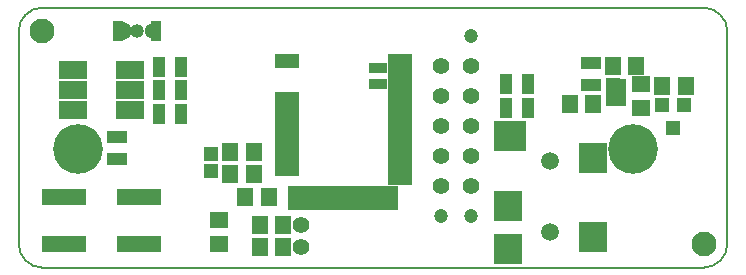
<source format=gts>
%TF.GenerationSoftware,KiCad,Pcbnew,no-vcs-found-cd21218~61~ubuntu16.04.1*%
%TF.CreationDate,2017-11-10T15:22:47+05:30*%
%TF.ProjectId,snap_rev3,736E61705F726576332E6B696361645F,rev?*%
%TF.SameCoordinates,Original*%
%TF.FileFunction,Soldermask,Top*%
%TF.FilePolarity,Negative*%
%FSLAX46Y46*%
G04 Gerber Fmt 4.6, Leading zero omitted, Abs format (unit mm)*
G04 Created by KiCad (PCBNEW no-vcs-found-cd21218~61~ubuntu16.04.1) date Fri Nov 10 15:22:47 2017*
%MOMM*%
%LPD*%
G01*
G04 APERTURE LIST*
%ADD10C,0.150000*%
%ADD11C,1.200000*%
%ADD12C,1.400000*%
%ADD13R,1.400000X1.650000*%
%ADD14C,1.600000*%
%ADD15C,1.280000*%
%ADD16C,1.180000*%
%ADD17R,0.830000X1.680000*%
%ADD18C,2.100000*%
%ADD19C,4.200000*%
%ADD20R,3.700000X1.400000*%
%ADD21R,2.400000X1.500000*%
%ADD22R,1.100000X1.700000*%
%ADD23R,1.600000X0.900000*%
%ADD24R,2.000000X1.300000*%
%ADD25R,2.000000X0.900000*%
%ADD26R,0.900000X2.000000*%
%ADD27R,0.680000X1.250000*%
%ADD28R,0.680000X1.150000*%
%ADD29R,1.700000X1.100000*%
%ADD30R,1.200000X1.300000*%
%ADD31R,1.150000X1.200000*%
%ADD32R,1.650000X1.400000*%
%ADD33R,2.400000X2.600000*%
%ADD34R,2.800000X2.600000*%
%ADD35C,1.500000*%
G04 APERTURE END LIST*
D10*
X108000000Y-88000000D02*
G75*
G02X110000000Y-90000000I0J-2000000D01*
G01*
X52000000Y-110000000D02*
G75*
G02X50000000Y-108000000I0J2000000D01*
G01*
X50000000Y-90000000D02*
G75*
G02X52000000Y-88000000I2000000J0D01*
G01*
X110000000Y-108000000D02*
G75*
G02X108000000Y-110000000I-2000000J0D01*
G01*
X50000000Y-108000000D02*
X50000000Y-90000000D01*
X108000000Y-110000000D02*
X52000000Y-110000000D01*
X110000000Y-90000000D02*
X110000000Y-108000000D01*
X108000000Y-88000000D02*
X52000000Y-88000000D01*
D11*
%TO.C,P1*%
X88270000Y-105620000D03*
D12*
X85730000Y-103080000D03*
X85730000Y-100540000D03*
X85730000Y-98000000D03*
X85730000Y-95460000D03*
X85730000Y-92920000D03*
X88270000Y-92920000D03*
X88270000Y-95460000D03*
X88270000Y-98000000D03*
X88270000Y-100540000D03*
X88270000Y-103080000D03*
D11*
X85730000Y-105620000D03*
X88270000Y-90380000D03*
%TD*%
D12*
%TO.C,Y1*%
X73900000Y-106400000D03*
X73900000Y-108300000D03*
%TD*%
D13*
%TO.C,C5*%
X70400000Y-106400000D03*
X72400000Y-106400000D03*
%TD*%
%TO.C,C7*%
X72400000Y-108300000D03*
X70400000Y-108300000D03*
%TD*%
D14*
%TO.C,D2*%
X58730000Y-90000000D03*
D15*
X61270000Y-90000000D03*
D16*
X60000000Y-90000000D03*
D17*
X58375000Y-90000000D03*
X61625000Y-90000000D03*
%TD*%
D18*
%TO.C,MK2*%
X52000000Y-90000000D03*
%TD*%
%TO.C,MK1*%
X108000000Y-108000000D03*
%TD*%
D19*
%TO.C,BT1*%
X102000000Y-100000000D03*
X55000000Y-100000000D03*
%TD*%
D20*
%TO.C,SW1*%
X60150000Y-108000000D03*
X53850000Y-108000000D03*
X53850000Y-104000000D03*
X60150000Y-104000000D03*
%TD*%
D21*
%TO.C,D1*%
X54600000Y-93300000D03*
X54600000Y-95000000D03*
X54600000Y-96700000D03*
X59400000Y-96700000D03*
X59400000Y-95000000D03*
X59400000Y-93300000D03*
%TD*%
D22*
%TO.C,R5*%
X61850000Y-95000000D03*
X63750000Y-95000000D03*
%TD*%
D23*
%TO.C,U2*%
X80400000Y-94500000D03*
X80400000Y-93100000D03*
D24*
X82250000Y-92550000D03*
D25*
X82250000Y-93450000D03*
X82250000Y-94150000D03*
X82250000Y-94850000D03*
X82250000Y-95550000D03*
X82250000Y-96250000D03*
X82250000Y-96950000D03*
X82250000Y-97650000D03*
X82250000Y-98350000D03*
X82250000Y-99050000D03*
X82250000Y-99750000D03*
X82250000Y-100450000D03*
X82250000Y-101150000D03*
X82250000Y-101850000D03*
X82250000Y-102550000D03*
D26*
X81700000Y-104100000D03*
X81000000Y-104100000D03*
X80300000Y-104100000D03*
X79600000Y-104100000D03*
X78900000Y-104100000D03*
X78200000Y-104100000D03*
X77500000Y-104100000D03*
X76800000Y-104100000D03*
X76100000Y-104100000D03*
X75400000Y-104100000D03*
X74700000Y-104100000D03*
X74000000Y-104100000D03*
D25*
X72750000Y-101850000D03*
X72750000Y-101150000D03*
X72750000Y-100450000D03*
X72750000Y-99750000D03*
X72750000Y-99050000D03*
X72750000Y-98350000D03*
X72750000Y-97650000D03*
X72750000Y-96950000D03*
X72750000Y-96250000D03*
D24*
X72750000Y-92550000D03*
D25*
X72750000Y-95550000D03*
D26*
X73200000Y-104100000D03*
%TD*%
D27*
%TO.C,U1*%
X101100000Y-94625000D03*
D28*
X100600000Y-94575000D03*
X100100000Y-94575000D03*
X100100000Y-95725000D03*
X100600000Y-95725000D03*
X101100000Y-95725000D03*
%TD*%
D29*
%TO.C,R7*%
X58300000Y-98950000D03*
X58300000Y-100850000D03*
%TD*%
D22*
%TO.C,R6*%
X61850000Y-97000000D03*
X63750000Y-97000000D03*
%TD*%
%TO.C,R4*%
X61850000Y-93000000D03*
X63750000Y-93000000D03*
%TD*%
%TO.C,R3*%
X91250000Y-96500000D03*
X93150000Y-96500000D03*
%TD*%
%TO.C,R2*%
X91250000Y-94500000D03*
X93150000Y-94500000D03*
%TD*%
D29*
%TO.C,R1*%
X98450000Y-94550000D03*
X98450000Y-92650000D03*
%TD*%
D30*
%TO.C,Q1*%
X106350000Y-96200000D03*
X104450000Y-96200000D03*
X105400000Y-98200000D03*
%TD*%
D13*
%TO.C,L3*%
X102300000Y-92900000D03*
X100300000Y-92900000D03*
%TD*%
%TO.C,L2*%
X67900000Y-102100000D03*
X69900000Y-102100000D03*
%TD*%
D31*
%TO.C,L1*%
X66300000Y-101850000D03*
X66300000Y-100350000D03*
%TD*%
D32*
%TO.C,C8*%
X102700000Y-94500000D03*
X102700000Y-96500000D03*
%TD*%
D13*
%TO.C,C6*%
X71200000Y-104000000D03*
X69200000Y-104000000D03*
%TD*%
D32*
%TO.C,C4*%
X67000000Y-106000000D03*
X67000000Y-108000000D03*
%TD*%
D13*
%TO.C,C3*%
X98650000Y-96150000D03*
X96650000Y-96150000D03*
%TD*%
%TO.C,C2*%
X104500000Y-94600000D03*
X106500000Y-94600000D03*
%TD*%
%TO.C,C1*%
X69900000Y-100200000D03*
X67900000Y-100200000D03*
%TD*%
D33*
%TO.C,J1*%
X98600000Y-107400000D03*
X98600000Y-100700000D03*
X91400000Y-108400000D03*
X91400000Y-104800000D03*
D34*
X91600000Y-98900000D03*
D35*
X95000000Y-101000000D03*
X95000000Y-107000000D03*
%TD*%
M02*

</source>
